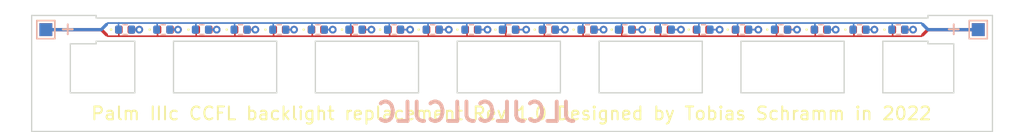
<source format=kicad_pcb>
(kicad_pcb (version 20211014) (generator pcbnew)
  (layers (0 "F.Cu" signal) (31 "B.Cu" signal) (34 "B.Paste" user) (35 "F.Paste" user) (36 "B.SilkS" user "B.Silkscreen") (37 "F.SilkS" user "F.Silkscreen") (38 "B.Mask" user) (39 "F.Mask" user) (44 "Edge.Cuts" user))
  (net 0 "")
  (net 1 "Net-(D1-Pad2)")
  (net 2 "Net-(D2-Pad2)")
  (net 3 "Net-(D3-Pad2)")
  (net 4 "Net-(D4-Pad2)")
  (net 5 "Net-(D5-Pad2)")
  (net 6 "Net-(D6-Pad2)")
  (net 7 "Net-(D7-Pad2)")
  (net 8 "Net-(D8-Pad2)")
  (net 9 "Net-(D9-Pad2)")
  (net 10 "Net-(D10-Pad2)")
  (net 11 "Net-(D11-Pad2)")
  (net 12 "Net-(D12-Pad2)")
  (net 13 "Net-(D13-Pad2)")
  (net 14 "Net-(D14-Pad2)")
  (net 15 "Net-(D15-Pad2)")
  (net 16 "Net-(D16-Pad2)")
  (net 17 "Net-(D17-Pad2)")
  (net 18 "Net-(D18-Pad2)")
  (net 19 "Net-(D19-Pad2)")
  (net 20 "Net-(D20-Pad2)")
  (net 21 "Net-(D21-Pad2)")
  (net 22 "GND")
  (net 23 "VBUS")
  (footprint "Diode_SMD:D_0402_1005Metric" (layer "F.Cu") (at 126.10226 100.9)
    (fp_text reference "D15" hide)
    (fp_text value "White")
    (fp_circle (center -1.09 0) (end -1.04 0) (layer "F.SilkS") (width 0.1) (fill none))
    (pad "1" smd roundrect (at -0.485 0) (size 0.59 0.64) (layers "F.Cu" "F.Paste" "F.Mask") (net 22 "GND"))
    (pad "2" smd roundrect (at 0.485 0) (size 0.59 0.64) (layers "F.Cu" "F.Paste" "F.Mask") (net 15 "Net-(D15-Pad2)"))
  )
  (footprint "" (layer "F.Cu") (at 105.4 102)
    (fp_text reference "" hide)
    (fp_text value "" (at 0 0) (layer "F.SilkS") (effects (font (size 1.27 1.27))))
    (pad "" np_thru_hole circle locked (at 0 0) (size 0.4 0.4) (drill 0.4) (layers *.Cu *.Mask))
  )
  (footprint "Perforation:Perforation_0.4mm" (layer "F.Cu") (at 158.7 102)
    (fp_text reference "REF**5" hide)
    (fp_text value "Perforation_0.4mm" hide)
    (pad "" np_thru_hole circle locked (at 0 0) (size 0.4 0.4) (drill 0.4) (layers *.Cu *.Mask))
  )
  (footprint "Diode_SMD:D_0402_1005Metric" (layer "F.Cu") (at 120.155229 100.9)
    (fp_text reference "D18" hide)
    (fp_text value "White")
    (fp_circle (center -1.09 0) (end -1.04 0) (layer "F.SilkS") (width 0.1) (fill none))
    (pad "1" smd roundrect (at -0.485 0) (size 0.59 0.64) (layers "F.Cu" "F.Paste" "F.Mask") (net 22 "GND"))
    (pad "2" smd roundrect (at 0.485 0) (size 0.59 0.64) (layers "F.Cu" "F.Paste" "F.Mask") (net 18 "Net-(D18-Pad2)"))
  )
  (footprint "TestPoint:TestPoint_Pad_1.0x1.0mm" (layer "F.Cu") (at 168.4 100.9)
    (fp_text reference "TP2" hide)
    (fp_text value "TestPoint")
    (fp_line (start -0.7 -0.7) (end 0.7 -0.7) (layer "F.SilkS") (width 0.12))
    (fp_line (start -0.7 0.7) (end -0.7 -0.7) (layer "F.SilkS") (width 0.12))
    (fp_line (start 0.7 0.7) (end -0.7 0.7) (layer "F.SilkS") (width 0.12))
    (fp_line (start 0.7 -0.7) (end 0.7 0.7) (layer "F.SilkS") (width 0.12))
    (pad "1" smd rect (at 0 0) (size 1 1) (layers "F.Cu" "F.Mask") (net 22 "GND"))
  )
  (footprint "Diode_SMD:D_0402_1005Metric" (layer "F.Cu") (at 129.101304 100.9)
    (fp_text reference "D4" hide)
    (fp_text value "White")
    (fp_circle (center -1.09 0) (end -1.04 0) (layer "F.SilkS") (width 0.1) (fill none))
    (pad "1" smd roundrect (at -0.485 0) (size 0.59 0.64) (layers "F.Cu" "F.Paste" "F.Mask") (net 22 "GND"))
    (pad "2" smd roundrect (at 0.485 0) (size 0.59 0.64) (layers "F.Cu" "F.Paste" "F.Mask") (net 4 "Net-(D4-Pad2)"))
  )
  (footprint "Perforation:Perforation_0.4mm" (layer "F.Cu") (at 136.7 102)
    (fp_text reference "REF**3" hide)
    (fp_text value "Perforation_0.4mm" hide)
    (pad "" np_thru_hole circle locked (at 0 0) (size 0.4 0.4) (drill 0.4) (layers *.Cu *.Mask))
  )
  (footprint "Diode_SMD:D_0402_1005Metric" (layer "F.Cu") (at 111.216636 100.9)
    (fp_text reference "D19" hide)
    (fp_text value "White")
    (fp_circle (center -1.09 0) (end -1.04 0) (layer "F.SilkS") (width 0.1) (fill none))
    (pad "1" smd roundrect (at -0.485 0) (size 0.59 0.64) (layers "F.Cu" "F.Paste" "F.Mask") (net 22 "GND"))
    (pad "2" smd roundrect (at 0.485 0) (size 0.59 0.64) (layers "F.Cu" "F.Paste" "F.Mask") (net 19 "Net-(D19-Pad2)"))
  )
  (footprint "Diode_SMD:D_0402_1005Metric" (layer "F.Cu") (at 105.246081 100.9)
    (fp_text reference "D5" hide)
    (fp_text value "White")
    (fp_circle (center -1.09 0) (end -1.04 0) (layer "F.SilkS") (width 0.1) (fill none))
    (pad "1" smd roundrect (at -0.485 0) (size 0.59 0.64) (layers "F.Cu" "F.Paste" "F.Mask") (net 22 "GND"))
    (pad "2" smd roundrect (at 0.485 0) (size 0.59 0.64) (layers "F.Cu" "F.Paste" "F.Mask") (net 5 "Net-(D5-Pad2)"))
  )
  (footprint "" (layer "F.Cu") (at 160.4 102)
    (fp_text reference "9" hide)
    (fp_text value "" (at 0 0) (layer "F.SilkS") (effects (font (size 1.27 1.27))))
    (pad "" np_thru_hole circle locked (at 0 0) (size 0.4 0.4) (drill 0.4) (layers *.Cu *.Mask))
  )
  (footprint "" (layer "F.Cu") (at 96.5 105.79792)
    (fp_text reference "" hide)
    (fp_text value "" (at 0 0) (layer "F.SilkS") (effects (font (size 1.27 1.27))))
    (pad "" np_thru_hole circle locked (at 0 0) (size 0.4 0.4) (drill 0.4) (layers *.Cu *.Mask))
  )
  (footprint "" (layer "F.Cu") (at 168 105.79792)
    (fp_text reference "" hide)
    (fp_text value "" (at 0 0) (layer "F.SilkS") (effects (font (size 1.27 1.27))))
    (pad "" np_thru_hole circle locked (at 0 0) (size 0.4 0.4) (drill 0.4) (layers *.Cu *.Mask))
  )
  (footprint "Diode_SMD:D_0402_1005Metric" (layer "F.Cu") (at 135.102343 100.9)
    (fp_text reference "D13" hide)
    (fp_text value "White")
    (fp_circle (center -1.09 0) (end -1.04 0) (layer "F.SilkS") (width 0.1) (fill none))
    (pad "1" smd roundrect (at -0.485 0) (size 0.59 0.64) (layers "F.Cu" "F.Paste" "F.Mask") (net 22 "GND"))
    (pad "2" smd roundrect (at 0.485 0) (size 0.59 0.64) (layers "F.Cu" "F.Paste" "F.Mask") (net 13 "Net-(D13-Pad2)"))
  )
  (footprint "Diode_SMD:D_0402_1005Metric" (layer "F.Cu") (at 108.24721 100.9)
    (fp_text reference "D17" hide)
    (fp_text value "White")
    (fp_circle (center -1.09 0) (end -1.04 0) (layer "F.SilkS") (width 0.1) (fill none))
    (pad "1" smd roundrect (at -0.485 0) (size 0.59 0.64) (layers "F.Cu" "F.Paste" "F.Mask") (net 22 "GND"))
    (pad "2" smd roundrect (at 0.485 0) (size 0.59 0.64) (layers "F.Cu" "F.Paste" "F.Mask") (net 17 "Net-(D17-Pad2)"))
  )
  (footprint "" (layer "F.Cu") (at 126.55 101.99792)
    (fp_text reference "4" hide)
    (fp_text value "" (at 0 0) (layer "F.SilkS") (effects (font (size 1.27 1.27))))
    (pad "" np_thru_hole circle locked (at 0 0) (size 0.4 0.4) (drill 0.4) (layers *.Cu *.Mask))
  )
  (footprint "" (layer "F.Cu") (at 168.8 105.8)
    (fp_text reference "" hide)
    (fp_text value "" (at 0 0) (layer "F.SilkS") (effects (font (size 1.27 1.27))))
    (pad "" np_thru_hole circle locked (at 0 0) (size 0.4 0.4) (drill 0.4) (layers *.Cu *.Mask))
  )
  (footprint "Diode_SMD:D_0402_1005Metric" (layer "F.Cu") (at 150.064184 100.9)
    (fp_text reference "D9" hide)
    (fp_text value "White")
    (fp_circle (center -1.09 0) (end -1.04 0) (layer "F.SilkS") (width 0.1) (fill none))
    (pad "1" smd roundrect (at -0.485 0) (size 0.59 0.64) (layers "F.Cu" "F.Paste" "F.Mask") (net 22 "GND"))
    (pad "2" smd roundrect (at 0.485 0) (size 0.59 0.64) (layers "F.Cu" "F.Paste" "F.Mask") (net 9 "Net-(D9-Pad2)"))
  )
  (footprint "" (layer "F.Cu") (at 127.4 102)
    (fp_text reference "3" hide)
    (fp_text value "" (at 0 0) (layer "F.SilkS") (effects (font (size 1.27 1.27))))
    (pad "" np_thru_hole circle locked (at 0 0) (size 0.4 0.4) (drill 0.4) (layers *.Cu *.Mask))
  )
  (footprint "Perforation:Perforation_0.4mm" (layer "F.Cu") (at 114.7 102)
    (fp_text reference "REF**1" hide)
    (fp_text value "Perforation_0.4mm" hide)
    (pad "" np_thru_hole circle locked (at 0 0) (size 0.4 0.4) (drill 0.4) (layers *.Cu *.Mask))
  )
  (footprint "Diode_SMD:D_0402_1005Metric" (layer "F.Cu") (at 117.183383 100.9)
    (fp_text reference "D7" hide)
    (fp_text value "White")
    (fp_circle (center -1.09 0) (end -1.04 0) (layer "F.SilkS") (width 0.1) (fill none))
    (pad "1" smd roundrect (at -0.485 0) (size 0.59 0.64) (layers "F.Cu" "F.Paste" "F.Mask") (net 22 "GND"))
    (pad "2" smd roundrect (at 0.485 0) (size 0.59 0.64) (layers "F.Cu" "F.Paste" "F.Mask") (net 7 "Net-(D7-Pad2)"))
  )
  (footprint "Diode_SMD:D_0402_1005Metric" (layer "F.Cu") (at 144.051863 100.9)
    (fp_text reference "D20" hide)
    (fp_text value "White")
    (fp_circle (center -1.09 0) (end -1.04 0) (layer "F.SilkS") (width 0.1) (fill none))
    (pad "1" smd roundrect (at -0.485 0) (size 0.59 0.64) (layers "F.Cu" "F.Paste" "F.Mask") (net 22 "GND"))
    (pad "2" smd roundrect (at 0.485 0) (size 0.59 0.64) (layers "F.Cu" "F.Paste" "F.Mask") (net 20 "Net-(D20-Pad2)"))
  )
  (footprint "Diode_SMD:D_0402_1005Metric" (layer "F.Cu") (at 147.04322 100.9)
    (fp_text reference "D6" hide)
    (fp_text value "White")
    (fp_circle (center -1.09 0) (end -1.04 0) (layer "F.SilkS") (width 0.1) (fill none))
    (pad "1" smd roundrect (at -0.485 0) (size 0.59 0.64) (layers "F.Cu" "F.Paste" "F.Mask") (net 22 "GND"))
    (pad "2" smd roundrect (at 0.485 0) (size 0.59 0.64) (layers "F.Cu" "F.Paste" "F.Mask") (net 6 "Net-(D6-Pad2)"))
  )
  (footprint "Diode_SMD:D_0402_1005Metric" (layer "F.Cu") (at 114.216536 100.9)
    (fp_text reference "D12" hide)
    (fp_text value "White")
    (fp_circle (center -1.09 0) (end -1.04 0) (layer "F.SilkS") (width 0.1) (fill none))
    (pad "1" smd roundrect (at -0.485 0) (size 0.59 0.64) (layers "F.Cu" "F.Paste" "F.Mask") (net 22 "GND"))
    (pad "2" smd roundrect (at 0.485 0) (size 0.59 0.64) (layers "F.Cu" "F.Paste" "F.Mask") (net 12 "Net-(D12-Pad2)"))
  )
  (footprint "Perforation:Perforation_0.4mm" (layer "F.Cu") (at 103.7 102)
    (fp_text reference "REF**" hide)
    (fp_text value "Perforation_0.4mm" hide)
    (pad "" np_thru_hole circle locked (at 0 0) (size 0.4 0.4) (drill 0.4) (layers *.Cu *.Mask))
  )
  (footprint "TestPoint:TestPoint_Pad_1.0x1.0mm" (layer "F.Cu") (at 96.1 100.9)
    (fp_text reference "TP1" hide)
    (fp_text value "TestPoint")
    (fp_line (start 0.7 -0.7) (end 0.7 0.7) (layer "F.SilkS") (width 0.12))
    (fp_line (start 0.7 0.7) (end -0.7 0.7) (layer "F.SilkS") (width 0.12))
    (fp_line (start -0.7 -0.7) (end 0.7 -0.7) (layer "F.SilkS") (width 0.12))
    (fp_line (start -0.7 0.7) (end -0.7 -0.7) (layer "F.SilkS") (width 0.12))
    (pad "1" smd rect (at 0 0) (size 1 1) (layers "F.Cu" "F.Mask") (net 22 "GND"))
  )
  (footprint "Diode_SMD:D_0402_1005Metric" (layer "F.Cu") (at 153.126244 100.9)
    (fp_text reference "D16" hide)
    (fp_text value "White")
    (fp_circle (center -1.09 0) (end -1.04 0) (layer "F.SilkS") (width 0.1) (fill none))
    (pad "1" smd roundrect (at -0.485 0) (size 0.59 0.64) (layers "F.Cu" "F.Paste" "F.Mask") (net 22 "GND"))
    (pad "2" smd roundrect (at 0.485 0) (size 0.59 0.64) (layers "F.Cu" "F.Paste" "F.Mask") (net 16 "Net-(D16-Pad2)"))
  )
  (footprint "Perforation:Perforation_0.4mm" (layer "F.Cu") (at 167.2 105.8)
    (fp_text reference "REF**" hide)
    (fp_text value "Perforation_0.4mm" hide)
    (pad "" np_thru_hole circle locked (at 0 0) (size 0.4 0.4) (drill 0.4) (layers *.Cu *.Mask))
  )
  (footprint "Perforation:Perforation_0.4mm" (layer "F.Cu") (at 125.7 102)
    (fp_text reference "REF**2" hide)
    (fp_text value "Perforation_0.4mm" hide)
    (pad "" np_thru_hole circle locked (at 0 0) (size 0.4 0.4) (drill 0.4) (layers *.Cu *.Mask))
  )
  (footprint "" (layer "F.Cu") (at 159.55 101.99792)
    (fp_text reference "10" hide)
    (fp_text value "" (at 0 0) (layer "F.SilkS") (effects (font (size 1.27 1.27))))
    (pad "" np_thru_hole circle locked (at 0 0) (size 0.4 0.4) (drill 0.4) (layers *.Cu *.Mask))
  )
  (footprint "" (layer "F.Cu") (at 97.3 105.8)
    (fp_text reference "" hide)
    (fp_text value "" (at 0 0) (layer "F.SilkS") (effects (font (size 1.27 1.27))))
    (pad "" np_thru_hole circle locked (at 0 0) (size 0.4 0.4) (drill 0.4) (layers *.Cu *.Mask))
  )
  (footprint "Diode_SMD:D_0402_1005Metric" (layer "F.Cu") (at 123.108832 100.9)
    (fp_text reference "D2" hide)
    (fp_text value "White")
    (fp_circle (center -1.09 0) (end -1.04 0) (layer "F.SilkS") (width 0.1) (fill none))
    (pad "1" smd roundrect (at -0.485 0) (size 0.59 0.64) (layers "F.Cu" "F.Paste" "F.Mask") (net 22 "GND"))
    (pad "2" smd roundrect (at 0.485 0) (size 0.59 0.64) (layers "F.Cu" "F.Paste" "F.Mask") (net 2 "Net-(D2-Pad2)"))
  )
  (footprint "" (layer "F.Cu") (at 104.55 101.99792)
    (fp_text reference "" hide)
    (fp_text value "" (at 0 0) (layer "F.SilkS") (effects (font (size 1.27 1.27))))
    (pad "" np_thru_hole circle locked (at 0 0) (size 0.4 0.4) (drill 0.4) (layers *.Cu *.Mask))
  )
  (footprint "Diode_SMD:D_0402_1005Metric" (layer "F.Cu") (at 138.115895 100.9)
    (fp_text reference "D11" hide)
    (fp_text value "White")
    (fp_circle (center -1.09 0) (end -1.04 0) (layer "F.SilkS") (width 0.1) (fill none))
    (pad "1" smd roundrect (at -0.485 0) (size 0.59 0.64) (layers "F.Cu" "F.Paste" "F.Mask") (net 22 "GND"))
    (pad "2" smd roundrect (at 0.485 0) (size 0.59 0.64) (layers "F.Cu" "F.Paste" "F.Mask") (net 11 "Net-(D11-Pad2)"))
  )
  (footprint "" (layer "F.Cu") (at 116.4 102)
    (fp_text reference "1" hide)
    (fp_text value "" (at 0 0) (layer "F.SilkS") (effects (font (size 1.27 1.27))))
    (pad "" np_thru_hole circle locked (at 0 0) (size 0.4 0.4) (drill 0.4) (layers *.Cu *.Mask))
  )
  (footprint "" (layer "F.Cu") (at 137.55 101.99792)
    (fp_text reference "6" hide)
    (fp_text value "" (at 0 0) (layer "F.SilkS") (effects (font (size 1.27 1.27))))
    (pad "" np_thru_hole circle locked (at 0 0) (size 0.4 0.4) (drill 0.4) (layers *.Cu *.Mask))
  )
  (footprint "Perforation:Perforation_0.4mm" (layer "F.Cu") (at 95.7 105.8)
    (fp_text reference "REF**" hide)
    (fp_text value "Perforation_0.4mm" hide)
    (pad "" np_thru_hole circle locked (at 0 0) (size 0.4 0.4) (drill 0.4) (layers *.Cu *.Mask))
  )
  (footprint "Diode_SMD:D_0402_1005Metric" (layer "F.Cu") (at 141.068919 100.9)
    (fp_text reference "D8" hide)
    (fp_text value "White")
    (fp_circle (center -1.09 0) (end -1.04 0) (layer "F.SilkS") (width 0.1) (fill none))
    (pad "1" smd roundrect (at -0.485 0) (size 0.59 0.64) (layers "F.Cu" "F.Paste" "F.Mask") (net 22 "GND"))
    (pad "2" smd roundrect (at 0.485 0) (size 0.59 0.64) (layers "F.Cu" "F.Paste" "F.Mask") (net 8 "Net-(D8-Pad2)"))
  )
  (footprint "Diode_SMD:D_0402_1005Metric" (layer "F.Cu") (at 102.246081 100.9)
    (fp_text reference "D1" hide)
    (fp_text value "White")
    (fp_circle (center -1.09 0) (end -1.04 0) (layer "F.SilkS") (width 0.1) (fill none))
    (pad "1" smd roundrect (at -0.485 0) (size 0.59 0.64) (layers "F.Cu" "F.Paste" "F.Mask") (net 22 "GND"))
    (pad "2" smd roundrect (at 0.485 0) (size 0.59 0.64) (layers "F.Cu" "F.Paste" "F.Mask") (net 1 "Net-(D1-Pad2)"))
  )
  (footprint "" (layer "F.Cu") (at 138.4 102)
    (fp_text reference "5" hide)
    (fp_text value "" (at 0 0) (layer "F.SilkS") (effects (font (size 1.27 1.27))))
    (pad "" np_thru_hole circle locked (at 0 0) (size 0.4 0.4) (drill 0.4) (layers *.Cu *.Mask))
  )
  (footprint "Diode_SMD:D_0402_1005Metric" (layer "F.Cu") (at 156.181004 100.9)
    (fp_text reference "D3" hide)
    (fp_text value "White")
    (fp_circle (center -1.09 0) (end -1.04 0) (layer "F.SilkS") (width 0.1) (fill none))
    (pad "1" smd roundrect (at -0.485 0) (size 0.59 0.64) (layers "F.Cu" "F.Paste" "F.Mask") (net 22 "GND"))
    (pad "2" smd roundrect (at 0.485 0) (size 0.59 0.64) (layers "F.Cu" "F.Paste" "F.Mask") (net 3 "Net-(D3-Pad2)"))
  )
  (footprint "" (layer "F.Cu") (at 149.4 102)
    (fp_text reference "7" hide)
    (fp_text value "" (at 0 0) (layer "F.SilkS") (effects (font (size 1.27 1.27))))
    (pad "" np_thru_hole circle locked (at 0 0) (size 0.4 0.4) (drill 0.4) (layers *.Cu *.Mask))
  )
  (footprint "" (layer "F.Cu") (at 148.55 101.99792)
    (fp_text reference "8" hide)
    (fp_text value "" (at 0 0) (layer "F.SilkS") (effects (font (size 1.27 1.27))))
    (pad "" np_thru_hole circle locked (at 0 0) (size 0.4 0.4) (drill 0.4) (layers *.Cu *.Mask))
  )
  (footprint "" (layer "F.Cu") (at 115.55 101.99792)
    (fp_text reference "2" hide)
    (fp_text value "" (at 0 0) (layer "F.SilkS") (effects (font (size 1.27 1.27))))
    (pad "" np_thru_hole circle locked (at 0 0) (size 0.4 0.4) (drill 0.4) (layers *.Cu *.Mask))
  )
  (footprint "Diode_SMD:D_0402_1005Metric" (layer "F.Cu") (at 162.219232 100.9)
    (fp_text reference "D21" hide)
    (fp_text value "White")
    (fp_circle (center -1.09 0) (end -1.04 0) (layer "F.SilkS") (width 0.1) (fill none))
    (pad "1" smd roundrect (at -0.485 0) (size 0.59 0.64) (layers "F.Cu" "F.Paste" "F.Mask") (net 22 "GND"))
    (pad "2" smd roundrect (at 0.485 0) (size 0.59 0.64) (layers "F.Cu" "F.Paste" "F.Mask") (net 21 "Net-(D21-Pad2)"))
  )
  (footprint "Diode_SMD:D_0402_1005Metric" (layer "F.Cu") (at 132.04738 100.9)
    (fp_text reference "D14" hide)
    (fp_text value "White")
    (fp_circle (center -1.09 0) (end -1.04 0) (layer "F.SilkS") (width 0.1) (fill none))
    (pad "1" smd roundrect (at -0.485 0) (size 0.59 0.64) (layers "F.Cu" "F.Paste" "F.Mask") (net 22 "GND"))
    (pad "2" smd roundrect (at 0.485 0) (size 0.59 0.64) (layers "F.Cu" "F.Paste" "F.Mask") (net 14 "Net-(D14-Pad2)"))
  )
  (footprint "Perforation:Perforation_0.4mm" (layer "F.Cu") (at 147.7 102)
    (fp_text reference "REF**4" hide)
    (fp_text value "Perforation_0.4mm" hide)
    (pad "" np_thru_hole circle locked (at 0 0) (size 0.4 0.4) (drill 0.4) (layers *.Cu *.Mask))
  )
  (footprint "Diode_SMD:D_0402_1005Metric" (layer "F.Cu") (at 159.185 100.9)
    (fp_text reference "D10" hide)
    (fp_text value "White")
    (fp_circle (center -1.09 0) (end -1.04 0) (layer "F.SilkS") (width 0.1) (fill none))
    (pad "1" smd roundrect (at -0.485 0) (size 0.59 0.64) (layers "F.Cu" "F.Paste" "F.Mask") (net 22 "GND"))
    (pad "2" smd roundrect (at 0.485 0) (size 0.59 0.64) (layers "F.Cu" "F.Paste" "F.Mask") (net 10 "Net-(D10-Pad2)"))
  )
  (footprint "Resistor_SMD:R_0402_1005Metric" (layer "B.Cu") (at 111.2 100.9)
    (fp_text reference "R19" hide)
    (fp_text value "330R")
    (fp_line (start -0.153641 0.38) (end 0.153641 0.38) (layer "B.SilkS") (width 0.12))
    (fp_line (start -0.153641 -0.38) (end 0.153641 -0.38) (layer "B.SilkS") (width 0.12))
    (pad "1" smd roundrect (at -0.51 0) (size 0.54 0.64) (layers "B.Cu" "B.Paste" "B.Mask") (net 23 "VBUS"))
    (pad "2" smd roundrect (at 0.51 0) (size 0.54 0.64) (layers "B.Cu" "B.Paste" "B.Mask") (net 19 "Net-(D19-Pad2)"))
  )
  (footprint "Resistor_SMD:R_0402_1005Metric" (layer "B.Cu") (at 156.2 100.9)
    (fp_text reference "R3" hide)
    (fp_text value "330R")
    (fp_line (start -0.153641 0.38) (end 0.153641 0.38) (layer "B.SilkS") (width 0.12))
    (fp_line (start -0.153641 -0.38) (end 0.153641 -0.38) (layer "B.SilkS") (width 0.12))
    (pad "1" smd roundrect (at -0.51 0) (size 0.54 0.64) (layers "B.Cu" "B.Paste" "B.Mask") (net 23 "VBUS"))
    (pad "2" smd roundrect (at 0.51 0) (size 0.54 0.64) (layers "B.Cu" "B.Paste" "B.Mask") (net 3 "Net-(D3-Pad2)"))
  )
  (footprint "Resistor_SMD:R_0402_1005Metric" (layer "B.Cu") (at 159.2 100.9)
    (fp_text reference "R10" hide)
    (fp_text value "330R")
    (fp_line (start -0.153641 -0.38) (end 0.153641 -0.38) (layer "B.SilkS") (width 0.12))
    (fp_line (start -0.153641 0.38) (end 0.153641 0.38) (layer "B.SilkS") (width 0.12))
    (pad "1" smd roundrect (at -0.51 0) (size 0.54 0.64) (layers "B.Cu" "B.Paste" "B.Mask") (net 23 "VBUS"))
    (pad "2" smd roundrect (at 0.51 0) (size 0.54 0.64) (layers "B.Cu" "B.Paste" "B.Mask") (net 10 "Net-(D10-Pad2)"))
  )
  (footprint "Resistor_SMD:R_0402_1005Metric" (layer "B.Cu") (at 153.1 100.9)
    (fp_text reference "R16" hide)
    (fp_text value "330R")
    (fp_line (start -0.153641 -0.38) (end 0.153641 -0.38) (layer "B.SilkS") (width 0.12))
    (fp_line (start -0.153641 0.38) (end 0.153641 0.38) (layer "B.SilkS") (width 0.12))
    (pad "1" smd roundrect (at -0.51 0) (size 0.54 0.64) (layers "B.Cu" "B.Paste" "B.Mask") (net 23 "VBUS"))
    (pad "2" smd roundrect (at 0.51 0) (size 0.54 0.64) (layers "B.Cu" "B.Paste" "B.Mask") (net 16 "Net-(D16-Pad2)"))
  )
  (footprint "Resistor_SMD:R_0402_1005Metric" (layer "B.Cu") (at 123.1 100.9)
    (fp_text reference "R2" hide)
    (fp_text value "330R")
    (fp_line (start -0.153641 -0.38) (end 0.153641 -0.38) (layer "B.SilkS") (width 0.12))
    (fp_line (start -0.153641 0.38) (end 0.153641 0.38) (layer "B.SilkS") (width 0.12))
    (pad "1" smd roundrect (at -0.51 0) (size 0.54 0.64) (layers "B.Cu" "B.Paste" "B.Mask") (net 23 "VBUS"))
    (pad "2" smd roundrect (at 0.51 0) (size 0.54 0.64) (layers "B.Cu" "B.Paste" "B.Mask") (net 2 "Net-(D2-Pad2)"))
  )
  (footprint "Resistor_SMD:R_0402_1005Metric" (layer "B.Cu") (at 132 100.9)
    (fp_text reference "R14" hide)
    (fp_text value "330R")
    (fp_line (start -0.153641 0.38) (end 0.153641 0.38) (layer "B.SilkS") (width 0.12))
    (fp_line (start -0.153641 -0.38) (end 0.153641 -0.38) (layer "B.SilkS") (width 0.12))
    (pad "1" smd roundrect (at -0.51 0) (size 0.54 0.64) (layers "B.Cu" "B.Paste" "B.Mask") (net 23 "VBUS"))
    (pad "2" smd roundrect (at 0.51 0) (size 0.54 0.64) (layers "B.Cu" "B.Paste" "B.Mask") (net 14 "Net-(D14-Pad2)"))
  )
  (footprint "Resistor_SMD:R_0402_1005Metric" (layer "B.Cu") (at 102.246081 100.9)
    (fp_text reference "R1" hide)
    (fp_text value "330R")
    (fp_line (start -0.153641 0.38) (end 0.153641 0.38) (layer "B.SilkS") (width 0.12))
    (fp_line (start -0.153641 -0.38) (end 0.153641 -0.38) (layer "B.SilkS") (width 0.12))
    (pad "1" smd roundrect (at -0.51 0) (size 0.54 0.64) (layers "B.Cu" "B.Paste" "B.Mask") (net 23 "VBUS"))
    (pad "2" smd roundrect (at 0.51 0) (size 0.54 0.64) (layers "B.Cu" "B.Paste" "B.Mask") (net 1 "Net-(D1-Pad2)"))
  )
  (footprint "Resistor_SMD:R_0402_1005Metric" (layer "B.Cu") (at 129.1 100.9)
    (fp_text reference "R4" hide)
    (fp_text value "330R")
    (fp_line (start -0.153641 0.38) (end 0.153641 0.38) (layer "B.SilkS") (width 0.12))
    (fp_line (start -0.153641 -0.38) (end 0.153641 -0.38) (layer "B.SilkS") (width 0.12))
    (pad "1" smd roundrect (at -0.51 0) (size 0.54 0.64) (layers "B.Cu" "B.Paste" "B.Mask") (net 23 "VBUS"))
    (pad "2" smd roundrect (at 0.51 0) (size 0.54 0.64) (layers "B.Cu" "B.Paste" "B.Mask") (net 4 "Net-(D4-Pad2)"))
  )
  (footprint "Resistor_SMD:R_0402_1005Metric" (layer "B.Cu") (at 108.2 100.9)
    (fp_text reference "R17" hide)
    (fp_text value "330R")
    (fp_line (start -0.153641 -0.38) (end 0.153641 -0.38) (layer "B.SilkS") (width 0.12))
    (fp_line (start -0.153641 0.38) (end 0.153641 0.38) (layer "B.SilkS") (width 0.12))
    (pad "1" smd roundrect (at -0.51 0) (size 0.54 0.64) (layers "B.Cu" "B.Paste" "B.Mask") (net 23 "VBUS"))
    (pad "2" smd roundrect (at 0.51 0) (size 0.54 0.64) (layers "B.Cu" "B.Paste" "B.Mask") (net 17 "Net-(D17-Pad2)"))
  )
  (footprint "Resistor_SMD:R_0402_1005Metric" (layer "B.Cu") (at 138.1 100.9)
    (fp_text reference "R11" hide)
    (fp_text value "330R")
    (fp_line (start -0.153641 -0.38) (end 0.153641 -0.38) (layer "B.SilkS") (width 0.12))
    (fp_line (start -0.153641 0.38) (end 0.153641 0.38) (layer "B.SilkS") (width 0.12))
    (pad "1" smd roundrect (at -0.51 0) (size 0.54 0.64) (layers "B.Cu" "B.Paste" "B.Mask") (net 23 "VBUS"))
    (pad "2" smd roundrect (at 0.51 0) (size 0.54 0.64) (layers "B.Cu" "B.Paste" "B.Mask") (net 11 "Net-(D11-Pad2)"))
  )
  (footprint "Resistor_SMD:R_0402_1005Metric" (layer "B.Cu") (at 117.2 100.9)
    (fp_text reference "R7" hide)
    (fp_text value "330R")
    (fp_line (start -0.153641 -0.38) (end 0.153641 -0.38) (layer "B.SilkS") (width 0.12))
    (fp_line (start -0.153641 0.38) (end 0.153641 0.38) (layer "B.SilkS") (width 0.12))
    (pad "1" smd roundrect (at -0.51 0) (size 0.54 0.64) (layers "B.Cu" "B.Paste" "B.Mask") (net 23 "VBUS"))
    (pad "2" smd roundrect (at 0.51 0) (size 0.54 0.64) (layers "B.Cu" "B.Paste" "B.Mask") (net 7 "Net-(D7-Pad2)"))
  )
  (footprint "TestPoint:TestPoint_Pad_1.0x1.0mm" (layer "B.Cu") (at 96.1 100.9 180)
    (fp_text reference "TP3" hide)
    (fp_text value "TestPoint")
    (fp_line (start -0.7 -0.7) (end -0.7 0.7) (layer "B.SilkS") (width 0.12))
    (fp_line (start 0.7 0.7) (end 0.7 -0.7) (layer "B.SilkS") (width 0.12))
    (fp_line (start -0.7 0.7) (end 0.7 0.7) (layer "B.SilkS") (width 0.12))
    (fp_line (start 0.7 -0.7) (end -0.7 -0.7) (layer "B.SilkS") (width 0.12))
    (pad "1" smd rect (at 0 0 180) (size 1 1) (layers "B.Cu" "B.Mask") (net 23 "VBUS"))
  )
  (footprint "Resistor_SMD:R_0402_1005Metric" (layer "B.Cu") (at 114.2 100.9)
    (fp_text reference "R12" hide)
    (fp_text value "330R")
    (fp_line (start -0.153641 -0.38) (end 0.153641 -0.38) (layer "B.SilkS") (width 0.12))
    (fp_line (start -0.153641 0.38) (end 0.153641 0.38) (layer "B.SilkS") (width 0.12))
    (pad "1" smd roundrect (at -0.51 0) (size 0.54 0.64) (layers "B.Cu" "B.Paste" "B.Mask") (net 23 "VBUS"))
    (pad "2" smd roundrect (at 0.51 0) (size 0.54 0.64) (layers "B.Cu" "B.Paste" "B.Mask") (net 12 "Net-(D12-Pad2)"))
  )
  (footprint "TestPoint:TestPoint_Pad_1.0x1.0mm" (layer "B.Cu") (at 168.4 100.9 180)
    (fp_text reference "TP4" hide)
    (fp_text value "TestPoint")
    (fp_line (start -0.7 -0.7) (end -0.7 0.7) (layer "B.SilkS") (width 0.12))
    (fp_line (start -0.7 0.7) (end 0.7 0.7) (layer "B.SilkS") (width 0.12))
    (fp_line (start 0.7 -0.7) (end -0.7 -0.7) (layer "B.SilkS") (width 0.12))
    (fp_line (start 0.7 0.7) (end 0.7 -0.7) (layer "B.SilkS") (width 0.12))
    (pad "1" smd rect (at 0 0 180) (size 1 1) (layers "B.Cu" "B.Mask") (net 23 "VBUS"))
  )
  (footprint "Resistor_SMD:R_0402_1005Metric" (layer "B.Cu") (at 135.1 100.9)
    (fp_text reference "R13" hide)
    (fp_text value "330R")
    (fp_line (start -0.153641 -0.38) (end 0.153641 -0.38) (layer "B.SilkS") (width 0.12))
    (fp_line (start -0.153641 0.38) (end 0.153641 0.38) (layer "B.SilkS") (width 0.12))
    (pad "1" smd roundrect (at -0.51 0) (size 0.54 0.64) (layers "B.Cu" "B.Paste" "B.Mask") (net 23 "VBUS"))
    (pad "2" smd roundrect (at 0.51 0) (size 0.54 0.64) (layers "B.Cu" "B.Paste" "B.Mask") (net 13 "Net-(D13-Pad2)"))
  )
  (footprint "Resistor_SMD:R_0402_1005Metric" (layer "B.Cu") (at 150.1 100.9)
    (fp_text reference "R9" hide)
    (fp_text value "330R")
    (fp_line (start -0.153641 -0.38) (end 0.153641 -0.38) (layer "B.SilkS") (width 0.12))
    (fp_line (start -0.153641 0.38) (end 0.153641 0.38) (layer "B.SilkS") (width 0.12))
    (pad "1" smd roundrect (at -0.51 0) (size 0.54 0.64) (layers "B.Cu" "B.Paste" "B.Mask") (net 23 "VBUS"))
    (pad "2" smd roundrect (at 0.51 0) (size 0.54 0.64) (layers "B.Cu" "B.Paste" "B.Mask") (net 9 "Net-(D9-Pad2)"))
  )
  (footprint "Resistor_SMD:R_0402_1005Metric" (layer "B.Cu") (at 147.1 100.9)
    (fp_text reference "R6" hide)
    (fp_text value "330R")
    (fp_line (start -0.153641 0.38) (end 0.153641 0.38) (layer "B.SilkS") (width 0.12))
    (fp_line (start -0.153641 -0.38) (end 0.153641 -0.38) (layer "B.SilkS") (width 0.12))
    (pad "1" smd roundrect (at -0.51 0) (size 0.54 0.64) (layers "B.Cu" "B.Paste" "B.Mask") (net 23 "VBUS"))
    (pad "2" smd roundrect (at 0.51 0) (size 0.54 0.64) (layers "B.Cu" "B.Paste" "B.Mask") (net 6 "Net-(D6-Pad2)"))
  )
  (footprint "Resistor_SMD:R_0402_1005Metric" (layer "B.Cu") (at 126.1 100.9)
    (fp_text reference "R15" hide)
    (fp_text value "330R")
    (fp_line (start -0.153641 0.38) (end 0.153641 0.38) (layer "B.SilkS") (width 0.12))
    (fp_line (start -0.153641 -0.38) (end 0.153641 -0.38) (layer "B.SilkS") (width 0.12))
    (pad "1" smd roundrect (at -0.51 0) (size 0.54 0.64) (layers "B.Cu" "B.Paste" "B.Mask") (net 23 "VBUS"))
    (pad "2" smd roundrect (at 0.51 0) (size 0.54 0.64) (layers "B.Cu" "B.Paste" "B.Mask") (net 15 "Net-(D15-Pad2)"))
  )
  (footprint "Resistor_SMD:R_0402_1005Metric" (layer "B.Cu") (at 105.2 100.9)
    (fp_text reference "R5" hide)
    (fp_text value "330R")
    (fp_line (start -0.153641 0.38) (end 0.153641 0.38) (layer "B.SilkS") (width 0.12))
    (fp_line (start -0.153641 -0.38) (end 0.153641 -0.38) (layer "B.SilkS") (width 0.12))
    (pad "1" smd roundrect (at -0.51 0) (size 0.54 0.64) (layers "B.Cu" "B.Paste" "B.Mask") (net 23 "VBUS"))
    (pad "2" smd roundrect (at 0.51 0) (size 0.54 0.64) (layers "B.Cu" "B.Paste" "B.Mask") (net 5 "Net-(D5-Pad2)"))
  )
  (footprint "Resistor_SMD:R_0402_1005Metric" (layer "B.Cu") (at 141 100.9)
    (fp_text reference "R8" hide)
    (fp_text value "330R")
    (fp_line (start -0.153641 -0.38) (end 0.153641 -0.38) (layer "B.SilkS") (width 0.12))
    (fp_line (start -0.153641 0.38) (end 0.153641 0.38) (layer "B.SilkS") (width 0.12))
    (pad "1" smd roundrect (at -0.51 0) (size 0.54 0.64) (layers "B.Cu" "B.Paste" "B.Mask") (net 23 "VBUS"))
    (pad "2" smd roundrect (at 0.51 0) (size 0.54 0.64) (layers "B.Cu" "B.Paste" "B.Mask") (net 8 "Net-(D8-Pad2)"))
  )
  (footprint "Resistor_SMD:R_0402_1005Metric" (layer "B.Cu") (at 162.2 100.9)
    (fp_text reference "R21" hide)
    (fp_text value "330R")
    (fp_line (start -0.153641 0.38) (end 0.153641 0.38) (layer "B.SilkS") (width 0.12))
    (fp_line (start -0.153641 -0.38) (end 0.153641 -0.38) (layer "B.SilkS") (width 0.12))
    (pad "1" smd roundrect (at -0.51 0) (size 0.54 0.64) (layers "B.Cu" "B.Paste" "B.Mask") (net 23 "VBUS"))
    (pad "2" smd roundrect (at 0.51 0) (size 0.54 0.64) (layers "B.Cu" "B.Paste" "B.Mask") (net 21 "Net-(D21-Pad2)"))
  )
  (footprint "Resistor_SMD:R_0402_1005Metric" (layer "B.Cu") (at 144.1 100.9)
    (fp_text reference "R20" hide)
    (fp_text value "330R")
    (fp_line (start -0.153641 0.38) (end 0.153641 0.38) (layer "B.SilkS") (width 0.12))
    (fp_line (start -0.153641 -0.38) (end 0.153641 -0.38) (layer "B.SilkS") (width 0.12))
    (pad "1" smd roundrect (at -0.51 0) (size 0.54 0.64) (layers "B.Cu" "B.Paste" "B.Mask") (net 23 "VBUS"))
    (pad "2" smd roundrect (at 0.51 0) (size 0.54 0.64) (layers "B.Cu" "B.Paste" "B.Mask") (net 20 "Net-(D20-Pad2)"))
  )
  (footprint "Resistor_SMD:R_0402_1005Metric" (layer "B.Cu") (at 120.1 100.9)
    (fp_text reference "R18" hide)
    (fp_text value "330R")
    (fp_line (start -0.153641 -0.38) (end 0.153641 -0.38) (layer "B.SilkS") (width 0.12))
    (fp_line (start -0.153641 0.38) (end 0.153641 0.38) (layer "B.SilkS") (width 0.12))
    (pad "1" smd roundrect (at -0.51 0) (size 0.54 0.64) (layers "B.Cu" "B.Paste" "B.Mask") (net 23 "VBUS"))
    (pad "2" smd roundrect (at 0.51 0) (size 0.54 0.64) (layers "B.Cu" "B.Paste" "B.Mask") (net 18 "Net-(D18-Pad2)"))
  )
  (gr_line (start 136 101.8) (end 136 105.8) (layer "Edge.Cuts") (width 0.1))
  (gr_line (start 106 105.8) (end 114 105.8) (layer "Edge.Cuts") (width 0.1))
  (gr_line (start 128 105.8) (end 136 105.8) (layer "Edge.Cuts") (width 0.1))
  (gr_line (start 164.5 101.8) (end 164.5 102) (layer "Edge.Cuts") (width 0.1))
  (gr_line (start 100 100) (end 164.5 100) (layer "Edge.Cuts") (width 0.1))
  (gr_line (start 117 101.8) (end 117 105.8) (layer "Edge.Cuts") (width 0.1))
  (gr_line (start 95 108.796318) (end 169.5 108.8) (layer "Edge.Cuts") (width 0.1))
  (gr_line (start 103 101.8) (end 103 105.8) (layer "Edge.Cuts") (width 0.1))
  (gr_line (start 117 101.8) (end 125 101.8) (layer "Edge.Cuts") (width 0.1))
  (gr_line (start 117 105.8) (end 125 105.8) (layer "Edge.Cuts") (width 0.1))
  (gr_line (start 106 101.8) (end 106 105.8) (layer "Edge.Cuts") (width 0.1))
  (gr_line (start 100 100) (end 100 99.8) (layer "Edge.Cuts") (width 0.1))
  (gr_line (start 125 101.8) (end 125 105.8) (layer "Edge.Cuts") (width 0.1))
  (gr_line (start 161 105.8) (end 166.5 105.8) (layer "Edge.Cuts") (width 0.1))
  (gr_line (start 100 101.8) (end 103 101.8) (layer "Edge.Cuts") (width 0.1))
  (gr_line (start 164.5 100) (end 164.5 99.8) (layer "Edge.Cuts") (width 0.1))
  (gr_line (start 128 101.8) (end 128 105.8) (layer "Edge.Cuts") (width 0.1))
  (gr_line (start 98 105.8) (end 103 105.8) (layer "Edge.Cuts") (width 0.1))
  (gr_line (start 161 101.8) (end 161 105.8) (layer "Edge.Cuts") (width 0.1))
  (gr_line (start 106 101.8) (end 114 101.8) (layer "Edge.Cuts") (width 0.1))
  (gr_line (start 158 101.8) (end 158 105.8) (layer "Edge.Cuts") (width 0.1))
  (gr_line (start 139 105.8) (end 147 105.8) (layer "Edge.Cuts") (width 0.1))
  (gr_line (start 150 101.8) (end 158 101.8) (layer "Edge.Cuts") (width 0.1))
  (gr_line (start 95 99.8) (end 95 108.796318) (layer "Edge.Cuts") (width 0.1))
  (gr_line (start 98 105.8) (end 98 102) (layer "Edge.Cuts") (width 0.1))
  (gr_line (start 98 102) (end 100 102) (layer "Edge.Cuts") (width 0.1))
  (gr_line (start 164.5 102) (end 166.5 102) (layer "Edge.Cuts") (width 0.1))
  (gr_line (start 150 101.8) (end 150 105.8) (layer "Edge.Cuts") (width 0.1))
  (gr_line (start 161 101.8) (end 164.5 101.8) (layer "Edge.Cuts") (width 0.1))
  (gr_line (start 114 101.8) (end 114 105.8) (layer "Edge.Cuts") (width 0.1))
  (gr_line (start 150 105.8) (end 158 105.8) (layer "Edge.Cuts") (width 0.1))
  (gr_line (start 169.5 99.8) (end 164.5 99.8) (layer "Edge.Cuts") (width 0.1))
  (gr_line (start 147 101.8) (end 147 105.8) (layer "Edge.Cuts") (width 0.1))
  (gr_line (start 139 101.8) (end 139 105.8) (layer "Edge.Cuts") (width 0.1))
  (gr_line (start 100 102) (end 100 101.8) (layer "Edge.Cuts") (width 0.1))
  (gr_line (start 169.5 99.8) (end 169.5 108.8) (layer "Edge.Cuts") (width 0.1))
  (gr_line (start 166.5 105.8) (end 166.5 102) (layer "Edge.Cuts") (width 0.1))
  (gr_line (start 100 99.8) (end 95 99.8) (layer "Edge.Cuts") (width 0.1))
  (gr_line (start 128 101.8) (end 136 101.8) (layer "Edge.Cuts") (width 0.1))
  (gr_line (start 139 101.8) (end 147 101.8) (layer "Edge.Cuts") (width 0.1))
  (gr_text "+" (at 97.8 100.8) (layer "B.SilkS") (effects (font (size 1 1))))
  (gr_text "JLCJLCJLCJLC" (at 129.5 107.3) (layer "B.SilkS") (effects (font (size 1.5 1.5) (thickness 0.3)) (justify mirror)))
  (gr_text "+" (at 166.5 100.8) (layer "B.SilkS") (effects (font (size 1 1))))
  (gr_text "-" (at 166.5 100.8) (layer "F.SilkS") (effects (font (size 1 1))))
  (gr_text "-" (at 97.8 100.8) (layer "F.SilkS") (effects (font (size 1 1))))
  (gr_text "Palm IIIc CCFL backlight replacement Rev 1.0 Designed by Tobias Schramm in 2022" (at 132.2 107.4) (layer "F.SilkS") (effects (font (size 1 1))))
  (segment (start 102.731081 100.9) (end 103.346081 100.9) (width 0.127) (layer "F.Cu") (net 1))
  (via (at 103.346081 100.9) (size 0.6) (drill 0.3) (layers "F.Cu" "B.Cu") (net 1))
  (segment (start 103.346081 100.9) (end 102.746081 100.9) (width 0.127) (layer "B.Cu") (net 1))
  (segment (start 123.731081 100.9) (end 124.346081 100.9) (width 0.127) (layer "F.Cu") (net 2))
  (via (at 124.346081 100.9) (size 0.6) (drill 0.3) (layers "F.Cu" "B.Cu") (net 2))
  (segment (start 124.346081 100.9) (end 123.746081 100.9) (width 0.127) (layer "B.Cu") (net 2))
  (segment (start 156.731081 100.9) (end 157.346081 100.9) (width 0.127) (layer "F.Cu") (net 3))
  (via (at 157.346081 100.9) (size 0.6) (drill 0.3) (layers "F.Cu" "B.Cu") (net 3))
  (segment (start 157.346081 100.9) (end 156.746081 100.9) (width 0.127) (layer "B.Cu") (net 3))
  (segment (start 129.731081 100.9) (end 130.346081 100.9) (width 0.127) (layer "F.Cu") (net 4))
  (via (at 130.346081 100.9) (size 0.6) (drill 0.3) (layers "F.Cu" "B.Cu") (net 4))
  (segment (start 130.346081 100.9) (end 129.746081 100.9) (width 0.127) (layer "B.Cu") (net 4))
  (segment (start 105.731081 100.9) (end 106.346081 100.9) (width 0.127) (layer "F.Cu") (net 5))
  (via (at 106.346081 100.9) (size 0.6) (drill 0.3) (layers "F.Cu" "B.Cu") (net 5))
  (segment (start 106.346081 100.9) (end 105.746081 100.9) (width 0.127) (layer "B.Cu") (net 5))
  (segment (start 147.731081 100.9) (end 148.346081 100.9) (width 0.127) (layer "F.Cu") (net 6))
  (via (at 148.346081 100.9) (size 0.6) (drill 0.3) (layers "F.Cu" "B.Cu") (net 6))
  (segment (start 148.346081 100.9) (end 147.746081 100.9) (width 0.127) (layer "B.Cu") (net 6))
  (segment (start 117.731081 100.9) (end 118.346081 100.9) (width 0.127) (layer "F.Cu") (net 7))
  (via (at 118.346081 100.9) (size 0.6) (drill 0.3) (layers "F.Cu" "B.Cu") (net 7))
  (segment (start 118.346081 100.9) (end 117.746081 100.9) (width 0.127) (layer "B.Cu") (net 7))
  (segment (start 141.731081 100.9) (end 142.346081 100.9) (width 0.127) (layer "F.Cu") (net 8))
  (via (at 142.346081 100.9) (size 0.6) (drill 0.3) (layers "F.Cu" "B.Cu") (net 8))
  (segment (start 142.346081 100.9) (end 141.746081 100.9) (width 0.127) (layer "B.Cu") (net 8))
  (segment (start 150.731081 100.9) (end 151.346081 100.9) (width 0.127) (layer "F.Cu") (net 9))
  (via (at 151.346081 100.9) (size 0.6) (drill 0.3) (layers "F.Cu" "B.Cu") (net 9))
  (segment (start 151.346081 100.9) (end 150.746081 100.9) (width 0.127) (layer "B.Cu") (net 9))
  (segment (start 159.731081 100.9) (end 160.346081 100.9) (width 0.127) (layer "F.Cu") (net 10))
  (via (at 160.346081 100.9) (size 0.6) (drill 0.3) (layers "F.Cu" "B.Cu") (net 10))
  (segment (start 160.346081 100.9) (end 159.746081 100.9) (width 0.127) (layer "B.Cu") (net 10))
  (segment (start 138.731081 100.9) (end 139.346081 100.9) (width 0.127) (layer "F.Cu") (net 11))
  (via (at 139.346081 100.9) (size 0.6) (drill 0.3) (layers "F.Cu" "B.Cu") (net 11))
  (segment (start 139.346081 100.9) (end 138.746081 100.9) (width 0.127) (layer "B.Cu") (net 11))
  (segment (start 114.731081 100.9) (end 115.346081 100.9) (width 0.127) (layer "F.Cu") (net 12))
  (via (at 115.346081 100.9) (size 0.6) (drill 0.3) (layers "F.Cu" "B.Cu") (net 12))
  (segment (start 115.346081 100.9) (end 114.746081 100.9) (width 0.127) (layer "B.Cu") (net 12))
  (segment (start 135.731081 100.9) (end 136.346081 100.9) (width 0.127) (layer "F.Cu") (net 13))
  (via (at 136.346081 100.9) (size 0.6) (drill 0.3) (layers "F.Cu" "B.Cu") (net 13))
  (segment (start 136.346081 100.9) (end 135.746081 100.9) (width 0.127) (layer "B.Cu") (net 13))
  (segment (start 132.731081 100.9) (end 133.346081 100.9) (width 0.127) (layer "F.Cu") (net 14))
  (via (at 133.346081 100.9) (size 0.6) (drill 0.3) (layers "F.Cu" "B.Cu") (net 14))
  (segment (start 133.346081 100.9) (end 132.746081 100.9) (width 0.127) (layer "B.Cu") (net 14))
  (segment (start 126.731081 100.9) (end 127.346081 100.9) (width 0.127) (layer "F.Cu") (net 15))
  (via (at 127.346081 100.9) (size 0.6) (drill 0.3) (layers "F.Cu" "B.Cu") (net 15))
  (segment (start 127.346081 100.9) (end 126.746081 100.9) (width 0.127) (layer "B.Cu") (net 15))
  (segment (start 153.731081 100.9) (end 154.346081 100.9) (width 0.127) (layer "F.Cu") (net 16))
  (via (at 154.346081 100.9) (size 0.6) (drill 0.3) (layers "F.Cu" "B.Cu") (net 16))
  (segment (start 154.346081 100.9) (end 153.746081 100.9) (width 0.127) (layer "B.Cu") (net 16))
  (segment (start 108.731081 100.9) (end 109.346081 100.9) (width 0.127) (layer "F.Cu") (net 17))
  (via (at 109.346081 100.9) (size 0.6) (drill 0.3) (layers "F.Cu" "B.Cu") (net 17))
  (segment (start 109.346081 100.9) (end 108.746081 100.9) (width 0.127) (layer "B.Cu") (net 17))
  (segment (start 120.731081 100.9) (end 121.346081 100.9) (width 0.127) (layer "F.Cu") (net 18))
  (via (at 121.346081 100.9) (size 0.6) (drill 0.3) (layers "F.Cu" "B.Cu") (net 18))
  (segment (start 121.346081 100.9) (end 120.746081 100.9) (width 0.127) (layer "B.Cu") (net 18))
  (segment (start 111.731081 100.9) (end 112.346081 100.9) (width 0.127) (layer "F.Cu") (net 19))
  (via (at 112.346081 100.9) (size 0.6) (drill 0.3) (layers "F.Cu" "B.Cu") (net 19))
  (segment (start 112.346081 100.9) (end 111.746081 100.9) (width 0.127) (layer "B.Cu") (net 19))
  (segment (start 144.731081 100.9) (end 145.346081 100.9) (width 0.127) (layer "F.Cu") (net 20))
  (via (at 145.346081 100.9) (size 0.6) (drill 0.3) (layers "F.Cu" "B.Cu") (net 20))
  (segment (start 145.346081 100.9) (end 144.746081 100.9) (width 0.127) (layer "B.Cu") (net 20))
  (segment (start 162.731081 100.9) (end 163.346081 100.9) (width 0.127) (layer "F.Cu") (net 21))
  (via (at 163.346081 100.9) (size 0.6) (drill 0.3) (layers "F.Cu" "B.Cu") (net 21))
  (segment (start 163.346081 100.9) (end 162.746081 100.9) (width 0.127) (layer "B.Cu") (net 21))
  (segment (start 137.761081 100.9) (end 137.761081 101.381121) (width 0.127) (layer "F.Cu") (net 22))
  (segment (start 155.761081 100.9) (end 155.761081 101.381121) (width 0.127) (layer "F.Cu") (net 22))
  (segment (start 119.761081 100.9) (end 119.761081 101.381121) (width 0.127) (layer "F.Cu") (net 22))
  (segment (start 100.91002 101.41002) (end 100.8 101.3) (width 0.127) (layer "F.Cu") (net 22))
  (segment (start 101.761081 101.381121) (end 101.78998 101.41002) (width 0.127) (layer "F.Cu") (net 22))
  (segment (start 125.761081 100.9) (end 125.761081 101.381121) (width 0.127) (layer "F.Cu") (net 22))
  (segment (start 168.4 100.9) (end 164.5 100.9) (width 0.25) (layer "F.Cu") (net 22))
  (segment (start 134.761081 100.9) (end 134.761081 101.381121) (width 0.127) (layer "F.Cu") (net 22))
  (segment (start 131.761081 100.9) (end 131.761081 101.381121) (width 0.127) (layer "F.Cu") (net 22))
  (segment (start 122.761081 100.9) (end 122.761081 101.381121) (width 0.127) (layer "F.Cu") (net 22))
  (segment (start 161.761081 100.9) (end 161.761081 101.381121) (width 0.127) (layer "F.Cu") (net 22))
  (segment (start 146.761081 100.9) (end 146.761081 101.381121) (width 0.127) (layer "F.Cu") (net 22))
  (segment (start 100.4 100.9) (end 100.8 101.3) (width 0.25) (layer "F.Cu") (net 22))
  (segment (start 101.78998 101.41002) (end 100.91002 101.41002) (width 0.127) (layer "F.Cu") (net 22))
  (segment (start 143.761081 100.9) (end 143.761081 101.381121) (width 0.127) (layer "F.Cu") (net 22))
  (segment (start 158.761081 100.9) (end 158.761081 101.381121) (width 0.127) (layer "F.Cu") (net 22))
  (segment (start 96.1 100.9) (end 100.4 100.9) (width 0.25) (layer "F.Cu") (net 22))
  (segment (start 163.98998 101.41002) (end 164.1 101.3) (width 0.127) (layer "F.Cu") (net 22))
  (segment (start 128.761081 100.9) (end 128.761081 101.381121) (width 0.127) (layer "F.Cu") (net 22))
  (segment (start 113.761081 100.9) (end 113.761081 101.381121) (width 0.127) (layer "F.Cu") (net 22))
  (segment (start 140.761081 100.9) (end 140.761081 101.381121) (width 0.127) (layer "F.Cu") (net 22))
  (segment (start 152.761081 100.9) (end 152.761081 101.381121) (width 0.127) (layer "F.Cu") (net 22))
  (segment (start 101.78998 101.41002) (end 163.98998 101.41002) (width 0.127) (layer "F.Cu") (net 22))
  (segment (start 116.761081 100.9) (end 116.761081 101.381121) (width 0.127) (layer "F.Cu") (net 22))
  (segment (start 104.761081 100.9) (end 104.761081 101.381121) (width 0.127) (layer "F.Cu") (net 22))
  (segment (start 164.5 100.9) (end 164.1 101.3) (width 0.25) (layer "F.Cu") (net 22))
  (segment (start 149.761081 100.9) (end 149.761081 101.381121) (width 0.127) (layer "F.Cu") (net 22))
  (segment (start 110.761081 100.9) (end 110.761081 101.381121) (width 0.127) (layer "F.Cu") (net 22))
  (segment (start 107.761081 100.9) (end 107.761081 101.381121) (width 0.127) (layer "F.Cu") (net 22))
  (segment (start 101.761081 100.9) (end 101.761081 101.381121) (width 0.127) (layer "F.Cu") (net 22))
  (segment (start 131.736081 100.9) (end 131.736081 100.413919) (width 0.127) (layer "B.Cu") (net 23))
  (segment (start 149.736081 100.9) (end 149.736081 100.413919) (width 0.127) (layer "B.Cu") (net 23))
  (segment (start 96.1 100.9) (end 100.4 100.9) (width 0.25) (layer "B.Cu") (net 23))
  (segment (start 155.736081 100.9) (end 155.736081 100.413919) (width 0.127) (layer "B.Cu") (net 23))
  (segment (start 164.5 100.9) (end 164.1 100.5) (width 0.25) (layer "B.Cu") (net 23))
  (segment (start 101.76002 100.38998) (end 163.98998 100.38998) (width 0.127) (layer "B.Cu") (net 23))
  (segment (start 107.736081 100.9) (end 107.736081 100.413919) (width 0.127) (layer "B.Cu") (net 23))
  (segment (start 104.736081 100.9) (end 104.736081 100.413919) (width 0.127) (layer "B.Cu") (net 23))
  (segment (start 161.736081 100.9) (end 161.736081 100.413919) (width 0.127) (layer "B.Cu") (net 23))
  (segment (start 140.736081 100.9) (end 140.736081 100.413919) (width 0.127) (layer "B.Cu") (net 23))
  (segment (start 125.736081 100.9) (end 125.736081 100.413919) (width 0.127) (layer "B.Cu") (net 23))
  (segment (start 101.736081 100.9) (end 101.736081 100.413919) (width 0.127) (layer "B.Cu") (net 23))
  (segment (start 116.736081 100.9) (end 116.736081 100.413919) (width 0.127) (layer "B.Cu") (net 23))
  (segment (start 168.4 100.9) (end 164.5 100.9) (width 0.25) (layer "B.Cu") (net 23))
  (segment (start 119.736081 100.9) (end 119.736081 100.413919) (width 0.127) (layer "B.Cu") (net 23))
  (segment (start 146.736081 100.9) (end 146.736081 100.413919) (width 0.127) (layer "B.Cu") (net 23))
  (segment (start 152.736081 100.9) (end 152.736081 100.413919) (width 0.127) (layer "B.Cu") (net 23))
  (segment (start 101.76002 100.38998) (end 100.91002 100.38998) (width 0.127) (layer "B.Cu") (net 23))
  (segment (start 158.736081 100.9) (end 158.736081 100.413919) (width 0.127) (layer "B.Cu") (net 23))
  (segment (start 134.736081 100.9) (end 134.736081 100.413919) (width 0.127) (layer "B.Cu") (net 23))
  (segment (start 100.4 100.9) (end 100.8 100.5) (width 0.25) (layer "B.Cu") (net 23))
  (segment (start 101.736081 100.413919) (end 101.76002 100.38998) (width 0.127) (layer "B.Cu") (net 23))
  (segment (start 143.736081 100.9) (end 143.736081 100.413919) (width 0.127) (layer "B.Cu") (net 23))
  (segment (start 122.736081 100.9) (end 122.736081 100.413919) (width 0.127) (layer "B.Cu") (net 23))
  (segment (start 163.98998 100.38998) (end 164.1 100.5) (width 0.127) (layer "B.Cu") (net 23))
  (segment (start 137.736081 100.9) (end 137.736081 100.413919) (width 0.127) (layer "B.Cu") (net 23))
  (segment (start 100.91002 100.38998) (end 100.8 100.5) (width 0.127) (layer "B.Cu") (net 23))
  (segment (start 113.736081 100.9) (end 113.736081 100.413919) (width 0.127) (layer "B.Cu") (net 23))
  (segment (start 128.736081 100.9) (end 128.736081 100.413919) (width 0.127) (layer "B.Cu") (net 23))
  (segment (start 110.736081 100.9) (end 110.736081 100.413919) (width 0.127) (layer "B.Cu") (net 23))
)
</source>
